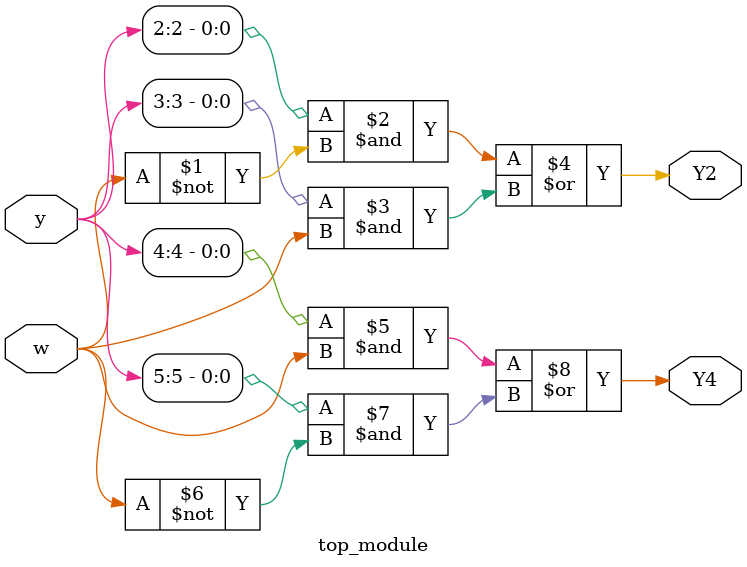
<source format=sv>
module top_module (
    input [6:1] y,
    input w,
    output Y2,
    output Y4
);

// Next-state logic for y[2] (state B and state C)
assign Y2 = (y[2] & ~w) | (y[3] & w);

// Next-state logic for y[4] (state D and state E)
assign Y4 = (y[4] & w) | (y[5] & ~w);

endmodule

</source>
